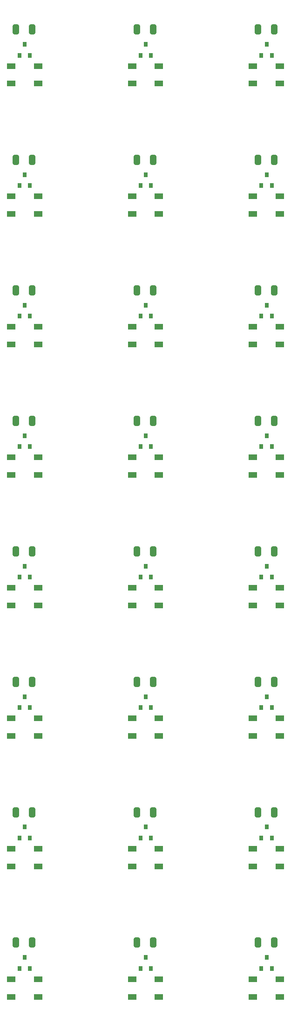
<source format=gbr>
%TF.GenerationSoftware,KiCad,Pcbnew,(6.0.7-1)-1*%
%TF.CreationDate,2022-12-02T15:43:41+01:00*%
%TF.ProjectId,8x3,3878332e-6b69-4636-9164-5f7063625858,rev?*%
%TF.SameCoordinates,Original*%
%TF.FileFunction,Paste,Top*%
%TF.FilePolarity,Positive*%
%FSLAX46Y46*%
G04 Gerber Fmt 4.6, Leading zero omitted, Abs format (unit mm)*
G04 Created by KiCad (PCBNEW (6.0.7-1)-1) date 2022-12-02 15:43:41*
%MOMM*%
%LPD*%
G01*
G04 APERTURE LIST*
G04 Aperture macros list*
%AMRoundRect*
0 Rectangle with rounded corners*
0 $1 Rounding radius*
0 $2 $3 $4 $5 $6 $7 $8 $9 X,Y pos of 4 corners*
0 Add a 4 corners polygon primitive as box body*
4,1,4,$2,$3,$4,$5,$6,$7,$8,$9,$2,$3,0*
0 Add four circle primitives for the rounded corners*
1,1,$1+$1,$2,$3*
1,1,$1+$1,$4,$5*
1,1,$1+$1,$6,$7*
1,1,$1+$1,$8,$9*
0 Add four rect primitives between the rounded corners*
20,1,$1+$1,$2,$3,$4,$5,0*
20,1,$1+$1,$4,$5,$6,$7,0*
20,1,$1+$1,$6,$7,$8,$9,0*
20,1,$1+$1,$8,$9,$2,$3,0*%
G04 Aperture macros list end*
%ADD10R,1.500000X1.000000*%
%ADD11R,0.800000X0.900000*%
%ADD12RoundRect,0.250000X0.325000X0.650000X-0.325000X0.650000X-0.325000X-0.650000X0.325000X-0.650000X0*%
%ADD13RoundRect,0.250000X-0.325000X-0.650000X0.325000X-0.650000X0.325000X0.650000X-0.325000X0.650000X0*%
G04 APERTURE END LIST*
D10*
%TO.C,D1*%
X25526201Y-44296401D03*
X25526201Y-47496401D03*
X30426201Y-47496401D03*
X30426201Y-44296401D03*
%TD*%
%TO.C,D2*%
X47526201Y-44296401D03*
X47526201Y-47496401D03*
X52426201Y-47496401D03*
X52426201Y-44296401D03*
%TD*%
%TO.C,D3*%
X69526201Y-44296401D03*
X69526201Y-47496401D03*
X74426201Y-47496401D03*
X74426201Y-44296401D03*
%TD*%
%TO.C,D4*%
X30426201Y-71196401D03*
X30426201Y-67996401D03*
X25526201Y-67996401D03*
X25526201Y-71196401D03*
%TD*%
%TO.C,D5*%
X52426201Y-71196401D03*
X52426201Y-67996401D03*
X47526201Y-67996401D03*
X47526201Y-71196401D03*
%TD*%
%TO.C,D6*%
X74426201Y-71196401D03*
X74426201Y-67996401D03*
X69526201Y-67996401D03*
X69526201Y-71196401D03*
%TD*%
%TO.C,D7*%
X25526201Y-91696401D03*
X25526201Y-94896401D03*
X30426201Y-94896401D03*
X30426201Y-91696401D03*
%TD*%
%TO.C,D8*%
X47526201Y-91696401D03*
X47526201Y-94896401D03*
X52426201Y-94896401D03*
X52426201Y-91696401D03*
%TD*%
%TO.C,D9*%
X69526201Y-91696401D03*
X69526201Y-94896401D03*
X74426201Y-94896401D03*
X74426201Y-91696401D03*
%TD*%
%TO.C,D10*%
X30426201Y-118596401D03*
X30426201Y-115396401D03*
X25526201Y-115396401D03*
X25526201Y-118596401D03*
%TD*%
%TO.C,D11*%
X52426201Y-118596401D03*
X52426201Y-115396401D03*
X47526201Y-115396401D03*
X47526201Y-118596401D03*
%TD*%
%TO.C,D12*%
X74426201Y-118596401D03*
X74426201Y-115396401D03*
X69526201Y-115396401D03*
X69526201Y-118596401D03*
%TD*%
%TO.C,D13*%
X25526201Y-139096401D03*
X25526201Y-142296401D03*
X30426201Y-142296401D03*
X30426201Y-139096401D03*
%TD*%
%TO.C,D14*%
X47526201Y-139096401D03*
X47526201Y-142296401D03*
X52426201Y-142296401D03*
X52426201Y-139096401D03*
%TD*%
%TO.C,D15*%
X69526201Y-139096401D03*
X69526201Y-142296401D03*
X74426201Y-142296401D03*
X74426201Y-139096401D03*
%TD*%
%TO.C,D16*%
X30426201Y-165996401D03*
X30426201Y-162796401D03*
X25526201Y-162796401D03*
X25526201Y-165996401D03*
%TD*%
%TO.C,D17*%
X52426201Y-165996401D03*
X52426201Y-162796401D03*
X47526201Y-162796401D03*
X47526201Y-165996401D03*
%TD*%
%TO.C,D18*%
X74426201Y-165996401D03*
X74426201Y-162796401D03*
X69526201Y-162796401D03*
X69526201Y-165996401D03*
%TD*%
%TO.C,D19*%
X25526201Y-186496401D03*
X25526201Y-189696401D03*
X30426201Y-189696401D03*
X30426201Y-186496401D03*
%TD*%
%TO.C,D20*%
X47526201Y-186496401D03*
X47526201Y-189696401D03*
X52426201Y-189696401D03*
X52426201Y-186496401D03*
%TD*%
%TO.C,D21*%
X69526201Y-186496401D03*
X69526201Y-189696401D03*
X74426201Y-189696401D03*
X74426201Y-186496401D03*
%TD*%
%TO.C,D22*%
X30426201Y-213396401D03*
X30426201Y-210196401D03*
X25526201Y-210196401D03*
X25526201Y-213396401D03*
%TD*%
%TO.C,D23*%
X52426201Y-213396401D03*
X52426201Y-210196401D03*
X47526201Y-210196401D03*
X47526201Y-213396401D03*
%TD*%
%TO.C,D24*%
X74426201Y-213396401D03*
X74426201Y-210196401D03*
X69526201Y-210196401D03*
X69526201Y-213396401D03*
%TD*%
D11*
%TO.C,U1*%
X27050000Y-42350000D03*
X28950000Y-42350000D03*
X28000000Y-40350000D03*
%TD*%
%TO.C,U2*%
X49050000Y-42350000D03*
X50950000Y-42350000D03*
X50000000Y-40350000D03*
%TD*%
%TO.C,U3*%
X71050000Y-42350000D03*
X72950000Y-42350000D03*
X72000000Y-40350000D03*
%TD*%
%TO.C,U4*%
X27050000Y-66050000D03*
X28950000Y-66050000D03*
X28000000Y-64050000D03*
%TD*%
%TO.C,U5*%
X49050000Y-66050000D03*
X50950000Y-66050000D03*
X50000000Y-64050000D03*
%TD*%
%TO.C,U6*%
X71050000Y-66050000D03*
X72950000Y-66050000D03*
X72000000Y-64050000D03*
%TD*%
%TO.C,U7*%
X27050000Y-89750000D03*
X28950000Y-89750000D03*
X28000000Y-87750000D03*
%TD*%
%TO.C,U8*%
X49050000Y-89750000D03*
X50950000Y-89750000D03*
X50000000Y-87750000D03*
%TD*%
%TO.C,U9*%
X71050000Y-89750000D03*
X72950000Y-89750000D03*
X72000000Y-87750000D03*
%TD*%
%TO.C,U10*%
X27050000Y-113450000D03*
X28950000Y-113450000D03*
X28000000Y-111450000D03*
%TD*%
%TO.C,U11*%
X49050000Y-113450000D03*
X50950000Y-113450000D03*
X50000000Y-111450000D03*
%TD*%
%TO.C,U12*%
X71050000Y-113450000D03*
X72950000Y-113450000D03*
X72000000Y-111450000D03*
%TD*%
%TO.C,U13*%
X27050000Y-137150000D03*
X28950000Y-137150000D03*
X28000000Y-135150000D03*
%TD*%
%TO.C,U14*%
X49050000Y-137150000D03*
X50950000Y-137150000D03*
X50000000Y-135150000D03*
%TD*%
%TO.C,U15*%
X71050000Y-137150000D03*
X72950000Y-137150000D03*
X72000000Y-135150000D03*
%TD*%
%TO.C,U16*%
X27050000Y-160850000D03*
X28950000Y-160850000D03*
X28000000Y-158850000D03*
%TD*%
%TO.C,U17*%
X49050000Y-160850000D03*
X50950000Y-160850000D03*
X50000000Y-158850000D03*
%TD*%
%TO.C,U18*%
X71050000Y-160850000D03*
X72950000Y-160850000D03*
X72000000Y-158850000D03*
%TD*%
%TO.C,U19*%
X27050000Y-184550000D03*
X28950000Y-184550000D03*
X28000000Y-182550000D03*
%TD*%
%TO.C,U20*%
X49050000Y-184550000D03*
X50950000Y-184550000D03*
X50000000Y-182550000D03*
%TD*%
%TO.C,U21*%
X71050000Y-184550000D03*
X72950000Y-184550000D03*
X72000000Y-182550000D03*
%TD*%
%TO.C,U22*%
X27050000Y-208250000D03*
X28950000Y-208250000D03*
X28000000Y-206250000D03*
%TD*%
%TO.C,U23*%
X49050000Y-208250000D03*
X50950000Y-208250000D03*
X50000000Y-206250000D03*
%TD*%
%TO.C,U24*%
X71050000Y-208250000D03*
X72950000Y-208250000D03*
X72000000Y-206250000D03*
%TD*%
D12*
%TO.C,C1*%
X29351800Y-37650000D03*
X26401800Y-37650000D03*
%TD*%
%TO.C,C14*%
X51351800Y-132450000D03*
X48401800Y-132450000D03*
%TD*%
%TO.C,C8*%
X51351800Y-85050000D03*
X48401800Y-85050000D03*
%TD*%
%TO.C,C9*%
X73351800Y-85050000D03*
X70401800Y-85050000D03*
%TD*%
%TO.C,C19*%
X29351800Y-179850000D03*
X26401800Y-179850000D03*
%TD*%
%TO.C,C7*%
X29351800Y-85050000D03*
X26401800Y-85050000D03*
%TD*%
D13*
%TO.C,C4*%
X26401800Y-61350000D03*
X29351800Y-61350000D03*
%TD*%
%TO.C,C23*%
X48401800Y-203550000D03*
X51351800Y-203550000D03*
%TD*%
D12*
%TO.C,C13*%
X29351800Y-132450000D03*
X26401800Y-132450000D03*
%TD*%
D13*
%TO.C,C22*%
X26401800Y-203550000D03*
X29351800Y-203550000D03*
%TD*%
%TO.C,C12*%
X70401800Y-108750000D03*
X73351800Y-108750000D03*
%TD*%
%TO.C,C11*%
X48401800Y-108750000D03*
X51351800Y-108750000D03*
%TD*%
%TO.C,C17*%
X48401800Y-156150000D03*
X51351800Y-156150000D03*
%TD*%
D12*
%TO.C,C15*%
X73351800Y-132450000D03*
X70401800Y-132450000D03*
%TD*%
D13*
%TO.C,C10*%
X26401800Y-108750000D03*
X29351800Y-108750000D03*
%TD*%
%TO.C,C5*%
X48401800Y-61350000D03*
X51351800Y-61350000D03*
%TD*%
%TO.C,C24*%
X70401800Y-203550000D03*
X73351800Y-203550000D03*
%TD*%
D12*
%TO.C,C3*%
X73351800Y-37650000D03*
X70401800Y-37650000D03*
%TD*%
D13*
%TO.C,C6*%
X70401800Y-61350000D03*
X73351800Y-61350000D03*
%TD*%
D12*
%TO.C,C2*%
X51351800Y-37650000D03*
X48401800Y-37650000D03*
%TD*%
D13*
%TO.C,C18*%
X70401800Y-156150000D03*
X73351800Y-156150000D03*
%TD*%
D12*
%TO.C,C21*%
X73351800Y-179850000D03*
X70401800Y-179850000D03*
%TD*%
D13*
%TO.C,C16*%
X26401800Y-156150000D03*
X29351800Y-156150000D03*
%TD*%
D12*
%TO.C,C20*%
X51351800Y-179850000D03*
X48401800Y-179850000D03*
%TD*%
M02*

</source>
